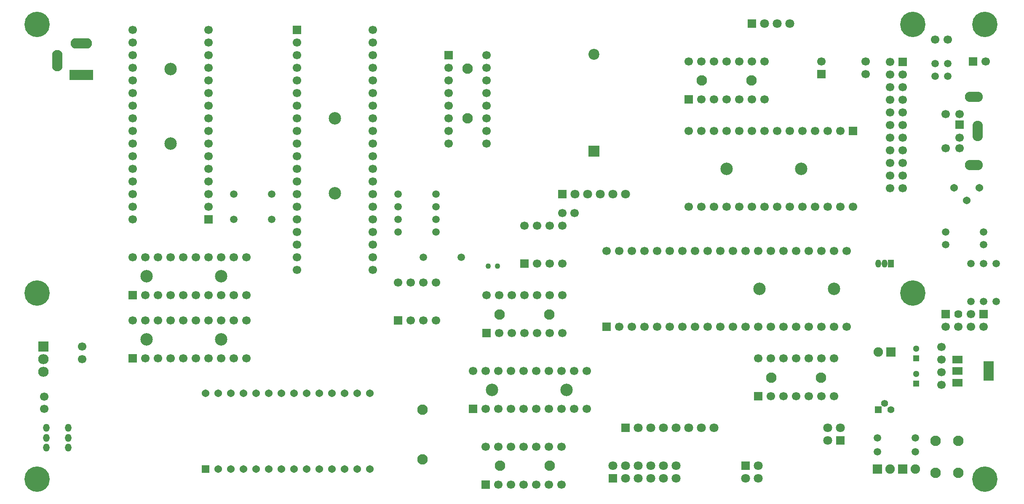
<source format=gbr>
%TF.GenerationSoftware,Novarm,DipTrace,4.3.0.5*%
%TF.CreationDate,2023-07-23T01:51:22+01:00*%
%FSLAX26Y26*%
%MOIN*%
%TF.FileFunction,Soldermask,Top*%
%TF.Part,Single*%
%ADD18C,0.055118*%
%ADD23R,0.066929X0.066929*%
%ADD24C,0.066929*%
%ADD26R,0.051181X0.051181*%
%ADD27C,0.051181*%
%ADD28C,0.066929*%
%ADD43R,0.070866X0.070866*%
%ADD44C,0.070866*%
%ADD52C,0.082677*%
%ADD56C,0.043307*%
%ADD62C,0.086614*%
%ADD63R,0.086614X0.086614*%
%ADD65C,0.06063*%
%ADD67O,0.051181X0.063937*%
%ADD69R,0.082677X0.153543*%
%ADD71R,0.082677X0.062992*%
%ADD73O,0.045276X0.062992*%
%ADD75R,0.045276X0.062992*%
%ADD77C,0.074803*%
%ADD78R,0.074803X0.074803*%
%ADD79O,0.082677X0.078937*%
%ADD81R,0.082677X0.078937*%
%ADD83O,0.082677X0.169291*%
%ADD85O,0.169291X0.082677*%
%ADD87R,0.185039X0.082677*%
%ADD89O,0.082677X0.161417*%
%ADD91O,0.141732X0.082677*%
%ADD93C,0.06063*%
%ADD95R,0.06063X0.06063*%
%ADD98C,0.063937*%
%ADD100C,0.059055*%
%ADD101C,0.200787*%
%ADD103R,0.055118X0.055118*%
%ADD104C,0.098425*%
%ADD106C,0.070866*%
%ADD107C,0.059055*%
G75*
G01*
%LPD*%
D100*
X7932677Y2250000D3*
D107*
Y1950000D3*
D23*
X5699803Y3550394D3*
D24*
X5799803D3*
X5899803D3*
X5999803D3*
X6099803D3*
X6199803D3*
X6299803D3*
Y3850394D3*
X6199803D3*
X6099803D3*
X5999803D3*
X5899803D3*
X5799803D3*
X5699803D3*
D23*
X1900000Y2600000D3*
D24*
Y2700000D3*
Y2800000D3*
Y2900000D3*
Y3000000D3*
Y3100000D3*
Y3200000D3*
Y3300000D3*
Y3400000D3*
Y3500000D3*
Y3600000D3*
Y3700000D3*
Y3800000D3*
Y3900000D3*
Y4000000D3*
Y4100000D3*
X1300000D3*
Y4000000D3*
Y3900000D3*
Y3800000D3*
Y3700000D3*
Y3600000D3*
Y3500000D3*
Y3400000D3*
Y3300000D3*
Y3200000D3*
Y3100000D3*
Y3000000D3*
Y2900000D3*
Y2800000D3*
Y2700000D3*
Y2600000D3*
D100*
X3400000D3*
D107*
X3700000D3*
D23*
X5050000Y1750000D3*
D24*
X5150000D3*
X5250000D3*
X5350000D3*
X5450000D3*
X5550000D3*
X5650000D3*
X5750000D3*
X5850000D3*
X5950000D3*
X6050000D3*
X6150000D3*
X6250000D3*
X6350000D3*
X6450000D3*
X6550000D3*
X6650000D3*
X6750000D3*
X6850000D3*
X6950000D3*
Y2350000D3*
X6850000D3*
X6750000D3*
X6650000D3*
X6550000D3*
X6450000D3*
X6350000D3*
X6250000D3*
X6150000D3*
X6050000D3*
X5950000D3*
X5850000D3*
X5750000D3*
X5650000D3*
X5550000D3*
X5450000D3*
X5350000D3*
X5250000D3*
X5150000D3*
X5050000D3*
D52*
X7655118Y593701D3*
Y849606D3*
X7832283Y593701D3*
Y849606D3*
D43*
X6900000Y850000D3*
D106*
X6800000D3*
X6900000Y950000D3*
X6800000D3*
D104*
X2000000Y2150000D3*
X1409449D3*
D103*
X7200000Y1093701D3*
D18*
X7250000Y1143701D3*
X7300000Y1093701D3*
D52*
X3950000Y3400000D3*
Y3793701D3*
D43*
X5100000Y550000D3*
D106*
Y650000D3*
X5200000Y550000D3*
Y650000D3*
X5300000Y550000D3*
Y650000D3*
X5400000Y550000D3*
Y650000D3*
X5500000Y550000D3*
Y650000D3*
X5600000Y550000D3*
Y650000D3*
D43*
X4700000Y2800000D3*
D44*
X4800000D3*
X4900000D3*
X5000000D3*
X5100000D3*
X5200000D3*
D101*
X543701Y4143701D3*
Y2017717D3*
X7472835Y4143701D3*
Y2017717D3*
D23*
X7394094Y3848425D3*
D28*
X7294094D3*
X7394094Y3748425D3*
X7294094D3*
X7394094Y3648425D3*
X7294094D3*
X7394094Y3548425D3*
X7294094D3*
X7394094Y3448425D3*
X7294094D3*
X7394094Y3348425D3*
X7294094D3*
X7394094Y3248425D3*
X7294094D3*
X7394094Y3148425D3*
X7294094D3*
X7394094Y3048425D3*
X7294094D3*
X7394094Y2948425D3*
X7294094D3*
X7394094Y2848425D3*
X7294094D3*
D43*
X5200000Y950000D3*
D106*
X5300000D3*
X5400000D3*
X5500000D3*
X5600000D3*
X5700000D3*
X5800000D3*
X5900000D3*
D23*
X8032677Y1850000D3*
D28*
X7932677D3*
D98*
X7832677D3*
D23*
X7732677D3*
D28*
Y1750000D3*
X7832677D3*
X7932677D3*
X8032677D3*
X4700000Y2650000D3*
X4798425D3*
D23*
X2600000Y4100000D3*
D24*
Y4000000D3*
Y3900000D3*
Y3800000D3*
Y3700000D3*
Y3600000D3*
Y3500000D3*
Y3400000D3*
Y3300000D3*
Y3200000D3*
Y3100000D3*
Y3000000D3*
Y2900000D3*
Y2800000D3*
Y2700000D3*
Y2600000D3*
Y2500000D3*
Y2400000D3*
Y2300000D3*
Y2200000D3*
X3200000D3*
Y2300000D3*
Y2400000D3*
Y2500000D3*
Y2600000D3*
Y2700000D3*
Y2800000D3*
Y2900000D3*
Y3000000D3*
Y3100000D3*
Y3200000D3*
Y3300000D3*
Y3400000D3*
Y3500000D3*
Y3600000D3*
Y3700000D3*
Y3800000D3*
Y3900000D3*
Y4000000D3*
Y4100000D3*
D100*
X2100000Y2800000D3*
D107*
X2400000D3*
D26*
X7500000Y1500000D3*
D27*
Y1578740D3*
D100*
X8032677Y2400000D3*
D107*
X7732677D3*
D23*
X1300000Y1500000D3*
D24*
X1400000D3*
X1500000D3*
X1600000D3*
X1700000D3*
X1800000D3*
X1900000D3*
X2000000D3*
X2100000D3*
X2200000D3*
Y1800000D3*
X2100000D3*
X2000000D3*
X1900000D3*
X1800000D3*
X1700000D3*
X1600000D3*
X1500000D3*
X1400000D3*
X1300000D3*
D100*
X8032677Y1950000D3*
D107*
Y2250000D3*
D104*
X1600000Y3200000D3*
Y3790551D3*
X4143701Y1250000D3*
X4734252D3*
D23*
X4100000Y1700000D3*
D24*
X4200000D3*
X4300000D3*
X4400000D3*
X4500000D3*
X4600000D3*
X4700000D3*
Y2000000D3*
X4600000D3*
X4500000D3*
X4400000D3*
X4300000D3*
X4200000D3*
X4100000D3*
D100*
X7193701Y871654D3*
D107*
X7493701D3*
D100*
X7650000Y3834252D3*
D107*
Y3734252D3*
D28*
X7100000Y3751575D3*
Y3850000D3*
D95*
X1875492Y625984D3*
D93*
X1975492D3*
X2075492D3*
X2175492D3*
X2275492D3*
X2375492D3*
X2475492D3*
X2575492D3*
X2675492D3*
X2775492D3*
X2875492D3*
X2975492D3*
X3075492D3*
X3175492D3*
Y1225984D3*
X3075492D3*
X2975492D3*
X2875492D3*
X2775492D3*
X2675492D3*
X2575492D3*
X2475492D3*
X2375492D3*
X2275492D3*
X2175492D3*
X2075492D3*
X1975492D3*
X1875492D3*
D23*
X4093701Y500000D3*
D24*
X4193701D3*
X4293701D3*
X4393701D3*
X4493701D3*
X4593701D3*
X4693701D3*
Y800000D3*
X4593701D3*
X4493701D3*
X4393701D3*
X4293701D3*
X4193701D3*
X4093701D3*
D23*
X6250000Y1200000D3*
D24*
X6350000D3*
X6450000D3*
X6550000D3*
X6650000D3*
X6750000D3*
X6850000D3*
Y1500000D3*
X6750000D3*
X6650000D3*
X6550000D3*
X6450000D3*
X6350000D3*
X6250000D3*
D23*
X7843701Y3351575D3*
D28*
Y3249213D3*
Y3434252D3*
Y3166535D3*
X7733465Y3434252D3*
Y3166535D3*
D91*
X7955906Y3030709D3*
D89*
X7987402Y3300394D3*
D91*
X7955906Y3570079D3*
D28*
X600000Y1100000D3*
Y1198425D3*
D23*
X6750000Y3751575D3*
D28*
Y3850000D3*
D100*
X7750000Y3834252D3*
D107*
Y3734252D3*
D100*
X3400000Y2800000D3*
D107*
X3700000D3*
D101*
X543701Y543701D3*
D104*
X6000000Y3000000D3*
X6590551D3*
D43*
X6200000Y4150000D3*
D106*
X6300000D3*
X6400000D3*
X6500000D3*
D26*
X7500000Y1300000D3*
D27*
Y1378740D3*
D52*
X4203346Y1849606D3*
X4597047D3*
X6196850Y3700000D3*
X5803150D3*
X6747047Y1349606D3*
X6353346D3*
D87*
X893701Y3745669D3*
D85*
Y3993701D3*
D83*
X704724Y3859843D3*
D81*
X593701Y1593701D3*
D79*
Y1493701D3*
Y1393701D3*
D23*
X7951575Y3850000D3*
D28*
X8050000D3*
X7700984Y1292126D3*
Y1390551D3*
D78*
X7300000Y1550000D3*
D77*
X7200000D3*
D75*
X7300000Y2250000D3*
D73*
X7250000D3*
X7200000D3*
D100*
X7493701Y760236D3*
D107*
X7193701D3*
D23*
X1300000Y2000000D3*
D24*
X1400000D3*
X1500000D3*
X1600000D3*
X1700000D3*
X1800000D3*
X1900000D3*
X2000000D3*
X2100000D3*
X2200000D3*
Y2300000D3*
X2100000D3*
X2000000D3*
X1900000D3*
X1800000D3*
X1700000D3*
X1600000D3*
X1500000D3*
X1400000D3*
X1300000D3*
D28*
X7749213Y4025000D3*
X7650787D3*
D100*
X3900394Y2300000D3*
D107*
X3600394D3*
D100*
X3700394Y2500000D3*
D107*
X3400394D3*
D104*
X2000000Y1650000D3*
X1409449D3*
D100*
X8032677Y2500000D3*
D107*
X7732677D3*
D23*
X4400000Y2250000D3*
D24*
X4500000D3*
X4600000D3*
X4700000D3*
Y2550000D3*
X4600000D3*
X4500000D3*
X4400000D3*
D71*
X7825984Y1490551D3*
Y1400000D3*
D69*
X8074016D3*
D71*
X7825984Y1309449D3*
D28*
X900000Y1593701D3*
Y1495276D3*
D67*
X617323Y951772D3*
Y873031D3*
Y794291D3*
X790551Y951772D3*
Y873031D3*
Y794291D3*
D23*
X3993701Y1100000D3*
D24*
X4093701D3*
X4193701D3*
X4293701D3*
X4393701D3*
X4493701D3*
X4593701D3*
X4693701D3*
X4793701D3*
X4893701D3*
Y1400000D3*
X4793701D3*
X4693701D3*
X4593701D3*
X4493701D3*
X4393701D3*
X4293701D3*
X4193701D3*
X4093701D3*
X3993701D3*
D52*
X3594685Y700984D3*
Y1094685D3*
D23*
X3800000Y3900000D3*
D24*
Y3800000D3*
Y3700000D3*
Y3600000D3*
Y3500000D3*
Y3400000D3*
Y3300000D3*
Y3200000D3*
X4100000D3*
Y3300000D3*
Y3400000D3*
Y3500000D3*
Y3600000D3*
Y3700000D3*
Y3800000D3*
Y3900000D3*
D78*
X7393701Y624606D3*
D77*
X7493701D3*
D101*
X8043701Y543701D3*
D78*
X7193701Y624606D3*
D77*
X7293701D3*
D65*
X8000000Y2850000D3*
X7900000Y2750000D3*
X7800000Y2850000D3*
D100*
X8132677Y2250000D3*
D107*
Y1950000D3*
D56*
X4187008Y2232283D3*
X4112205D3*
D23*
X7000000Y3300000D3*
D24*
X6900000D3*
X6800000D3*
X6700000D3*
X6600000D3*
X6500000D3*
X6400000D3*
X6300000D3*
X6200000D3*
X6100000D3*
X6000000D3*
X5900000D3*
X5800000D3*
X5700000D3*
Y2700000D3*
X5800000D3*
X5900000D3*
X6000000D3*
X6100000D3*
X6200000D3*
X6300000D3*
X6400000D3*
X6500000D3*
X6600000D3*
X6700000D3*
X6800000D3*
X6900000D3*
X7000000D3*
D101*
X8043701Y4143701D3*
D23*
X3400394Y1800394D3*
D24*
X3500394D3*
X3600394D3*
X3700394D3*
Y2100394D3*
X3600394D3*
X3500394D3*
X3400394D3*
D43*
X6150000Y650000D3*
D106*
X6250000D3*
X6150000Y550000D3*
X6250000D3*
D104*
X6850000Y2050000D3*
X6259449D3*
D52*
X4600000Y650000D3*
X4206299D3*
D100*
X3700000Y2700000D3*
D107*
X3400000D3*
D100*
X2100000Y2600000D3*
D107*
X2400000D3*
D104*
X2900000Y3400000D3*
Y2809449D3*
D28*
X7700984Y1492126D3*
Y1590551D3*
D63*
X4950000Y3141808D3*
D62*
Y3909525D3*
M02*

</source>
